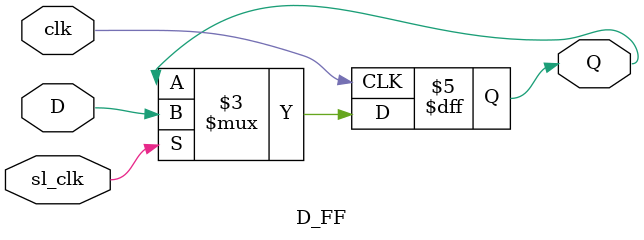
<source format=v>
`timescale 1ns / 1ps
module lab4(
           input  clk,            // System clock at 100 MHz
           input  reset_n,        // System reset signal, in negative logic
           input  [3:0] usr_btn,  // Four user pushbuttons
           output [3:0] usr_led   // Four yellow LEDs
       );
reg signed [3:0] temp_led;
wire mask_led;
wire [3:0] de_btn;
debouncing DB0(.button(usr_btn[0]), .clk(clk), .reset_n(reset_n), .db_button(de_btn[0]));
debouncing DB1(.button(usr_btn[1]), .clk(clk), .reset_n(reset_n), .db_button(de_btn[1]));
debouncing DB2(.button(usr_btn[2]), .clk(clk), .reset_n(reset_n), .db_button(de_btn[2]));
debouncing DB3(.button(usr_btn[3]), .clk(clk), .reset_n(reset_n), .db_button(de_btn[3]));

PWM_generator P0(.clk(clk), .increasing(de_btn[2]), .decreasing(de_btn[3]), .PWM_out(mask_led));
assign usr_led = temp_led & {4{mask_led}};
always @(posedge clk)
begin
    if(~reset_n)
    begin
        temp_led <= 0;

    end
    else
    begin
        if(de_btn[1] && temp_led<7)
        begin
            temp_led <= temp_led+1;

        end
        else if(de_btn[0] && temp_led>-8)
        begin
            temp_led <= temp_led-1;
        end
        else temp_led <= temp_led;
    end
end
endmodule

    module PWM_generator(input clk, increasing, decreasing, output PWM_out);
reg [2:0] PWM_counter = 0;
reg [4:0] sl_cycle = 0;
reg [4:0] DUTY [5:0];
initial
begin
    DUTY[0] = 5'd0;
    DUTY[1] = 5'd1;
    DUTY[2] = 5'd5;
    DUTY[3] = 5'd10;
    DUTY[4] = 5'd15;
    DUTY[5] = 5'd20;
end

always@(posedge clk)
begin
    sl_cycle <= (sl_cycle>=20)?0:sl_cycle + 1;
end

always@(posedge clk)
begin
    if(increasing && PWM_counter < 6)
    begin
        PWM_counter <= PWM_counter + 1;
    end
    else if(decreasing && PWM_counter > 0)
    begin
        PWM_counter <= PWM_counter - 1;
    end
end
assign PWM_out = (DUTY[PWM_counter] < sl_cycle)?1'b1:1'b0;
endmodule

    module debouncing(input button, clk, reset_n, output db_button);
wire sl_clk;
reg db;
slow_clk s0(.clk(clk), .sl_clk(sl_clk));
always@(posedge clk)
begin
    if(~reset_n) db <= 0;
    else
    begin
        if(db==1) db <= 0;
        else if(sl_clk && button) db <= 1;
    end
end
assign db_button = db;
endmodule

    module slow_clk(input clk, output sl_clk);
reg[27:0] counter = 249999;
always@(posedge clk)
begin
    counter <= (counter>=24999999)?0:counter+1;
end
assign sl_clk = (counter==24999999)?1'b1:1'b0;
endmodule

    module D_FF(input clk, sl_clk, D, output reg Q);
always@(posedge clk)
begin
    if(sl_clk == 1) Q <= D;
end
endmodule

</source>
